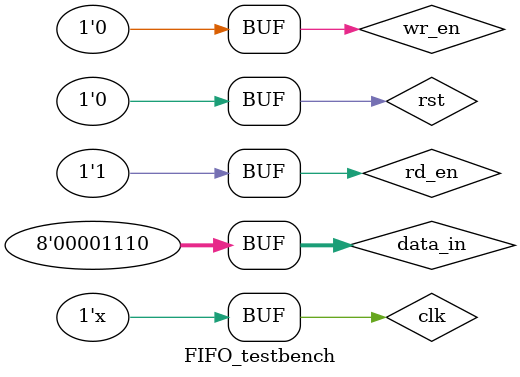
<source format=v>
`timescale 1ns / 1ps


module FIFO_testbench;

	// Inputs
	reg rst;
	reg clk;
	reg wr_en;
	reg rd_en;
	reg [7:0] data_in;

	// Outputs
	wire [7:0] data_out;
	wire buf_empty;
	wire buf_full;
	wire [6:0] counter;

	// Instantiate the Unit Under Test (UUT)
	FIFO uut (
		.rst(rst), 
		.clk(clk), 
		.wr_en(wr_en), 
		.rd_en(rd_en), 
		.data_in(data_in), 
		.data_out(data_out), 
		.buf_empty(buf_empty), 
		.buf_full(buf_full), 
		.counter(counter)
	);

	initial begin
		// Initialize Inputs
		rst = 0;
		clk = 0;
		wr_en = 0;
		rd_en = 0;
		data_in = 0;

		// Wait 100 ns for global reset to finish
		#100;
        
		// Add stimulus here
      rst = 1'b1;
		#20;
		rst = 1'b0;
		wr_en = 1'b1;
		data_in = 8'h0;
		#20;
		data_in = 8'h1;
		#20;
		data_in = 8'h2;
		#20;
		data_in = 8'h3;
		#20;
		data_in = 8'h4;
		#20;
		data_in = 8'h5;
		#20;
		data_in = 8'h6;
		#20;
		data_in = 8'h7;
		#20;
		data_in = 8'h8;
		#20;
		data_in = 8'h9;
		#20;
		data_in = 8'hA;
		#20;
		data_in = 8'hB;
		#20;
		data_in = 8'hC;
		#20;
		data_in = 8'hD;
		#20;
		data_in = 8'hE;
		#20;
		wr_en = 1'b0;
		rd_en = 1'b1;
		
	end
        always #10 clk = ~clk;   
endmodule


</source>
